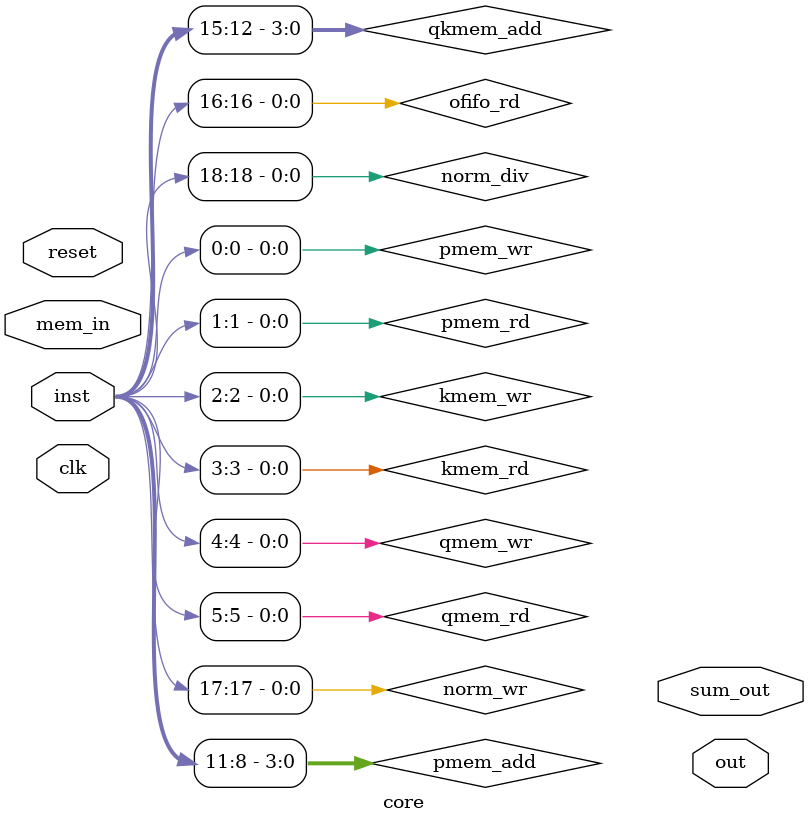
<source format=v>
module core (clk, sum_out, mem_in, out, inst, reset);

parameter col = 8;
parameter bw = 8;
parameter bw_psum = 2*bw+4;
parameter pr = 16;

output [bw_psum+3:0] sum_out;
output [bw_psum*col-1:0] out;
wire   [bw_psum*col-1:0] pmem_out;
input  [pr*bw-1:0] mem_in;
input  clk;
input  [23:0] inst; 
input  reset;

wire  [pr*bw-1:0] mac_in;
wire  [pr*bw-1:0] kmem_out;
wire  [pr*bw-1:0] qmem_out;
wire  [bw_psum*col-1:0] pmem_in;
wire  [bw_psum*col-1:0] fifo_out;
wire  [bw_psum*col-1:0] sfp_out;
wire  [bw_psum*col-1:0] array_out;
wire  [col-1:0] fifo_wr;
wire  ofifo_rd;
wire [3:0] qkmem_add;
wire [3:0] pmem_add;

wire [bw_psum-1:0] norm_out;


wire  qmem_rd;
wire  qmem_wr; 
wire  kmem_rd;
wire  kmem_wr; 
wire  pmem_rd;
wire  pmem_wr; 
wire  norm_div;
wire  norm_wr;

wire [bw_psum-1:0] pmem_out_sel0;
wire [bw_psum-1:0] pmem_out_sel1;
wire [bw_psum-1:0] pmem_out_sel2;
wire [bw_psum-1:0] pmem_out_sel3;
wire [bw_psum-1:0] pmem_out_sel4;
wire [bw_psum-1:0] pmem_out_sel5;
wire [bw_psum-1:0] pmem_out_sel6;

assign norm_div = inst[18];
assign norm_wr  = inst[17];
assign ofifo_rd = inst[16];
assign qkmem_add = inst[15:12];
assign pmem_add = inst[11:8];

assign qmem_rd = inst[5];
assign qmem_wr = inst[4];
assign kmem_rd = inst[3];
assign kmem_wr = inst[2];
assign pmem_rd = inst[1];
assign pmem_wr = inst[0];

assign mac_in  = inst[6] ? kmem_out : qmem_out;
assign pmem_in = norm_div ? concatenator : fifo_out;

assign pmem_out_sel0 = inst[19] ? pmem_out[(bw_psum * 2)-1 -: bw_psum] : pmem_out[(bw_psum * 1)-1 -: bw_psum];
assign pmem_out_sel1 = inst[19] ? pmem_out[(bw_psum * 4)-1 -: bw_psum] : pmem_out[(bw_psum * 3)-1 -: bw_psum];
assign pmem_out_sel2 = inst[19] ? pmem_out[(bw_psum * 6)-1 -: bw_psum] : pmem_out[(bw_psum * 5)-1 -: bw_psum];
assign pmem_out_sel3 = inst[19] ? pmem_out[(bw_psum * 8)-1 -: bw_psum] : pmem_out[(bw_psum * 7)-1 -: bw_psum];

assign pmem_out_sel4 = inst[20] ? pmem_out_sel1 : pmem_out_sel0;
assign pmem_out_sel5 = inst[20] ? pmem_out_sel3 : pmem_out_sel2;

assign pmem_out_sel6 = inst[21] ? pmem_out_sel5 : pmem_out_sel4;


reg [col*bw_psum-1:0] concatenator;

always @(posedge clk) begin
	concatenator[(bw_psum * 1)-1 -: bw_psum] <= concatenator[(bw_psum * 2)-1 -: bw_psum];
	concatenator[(bw_psum * 2)-1 -: bw_psum] <= concatenator[(bw_psum * 3)-1 -: bw_psum];
	concatenator[(bw_psum * 3)-1 -: bw_psum] <= concatenator[(bw_psum * 4)-1 -: bw_psum];
	concatenator[(bw_psum * 4)-1 -: bw_psum] <= concatenator[(bw_psum * 5)-1 -: bw_psum];
	concatenator[(bw_psum * 5)-1 -: bw_psum] <= concatenator[(bw_psum * 6)-1 -: bw_psum];
	concatenator[(bw_psum * 6)-1 -: bw_psum] <= concatenator[(bw_psum * 7)-1 -: bw_psum];
	concatenator[(bw_psum * 7)-1 -: bw_psum] <= concatenator[(bw_psum * 8)-1 -: bw_psum];
	concatenator[(bw_psum * 8)-1 -: bw_psum] <= norm_out;
end

mac_array #(.bw(bw), .bw_psum(bw_psum), .col(col), .pr(pr)) mac_array_instance (
        .in(mac_in), 
        .clk(clk), 
        .reset(reset), 
        .inst(inst[7:6]),     
        .fifo_wr(fifo_wr),     
	.out(array_out)
);

ofifo #(.bw(bw_psum), .col(col))  ofifo_inst (
        .reset(reset),
        .clk(clk),
        .in(array_out),
        .wr(fifo_wr),
        .rd(ofifo_rd),
        .o_valid(fifo_valid),
        .out(fifo_out)
);


sram_w16 #(.sram_bit(pr*bw)) qmem_instance (
        .CLK(clk),
        .D(mem_in),
        .Q(qmem_out),
        .CEN(!(qmem_rd||qmem_wr)),
        .WEN(!qmem_wr), 
        .A(qkmem_add)
);

sram_w16 #(.sram_bit(pr*bw)) kmem_instance (
        .CLK(clk),
        .D(mem_in),
        .Q(kmem_out),
        .CEN(!(kmem_rd||kmem_wr)),
        .WEN(!kmem_wr), 
        .A(qkmem_add)
);

sram_w16 #(.sram_bit(col*bw_psum)) psum_mem_instance (
        .CLK(clk),
        .D(pmem_in),
        .Q(pmem_out),
        .CEN(!(pmem_rd||pmem_wr)),
        .WEN(!pmem_wr), 
        .A(pmem_add)
);

norm #(.bw(bw_psum)) norm_instance (
        .clk(clk),
        .in(pmem_out_sel6), 
        .out(norm_out), 
        .div(norm_div),
        .wr(norm_wr), 
        .reset(inst[22]) 
);


  //////////// For printing purpose ////////////
  always @(posedge clk) begin
      if(pmem_wr)
         $display("Memory write to PSUM mem add %x %x ", pmem_add, pmem_in); 
  end



endmodule

</source>
